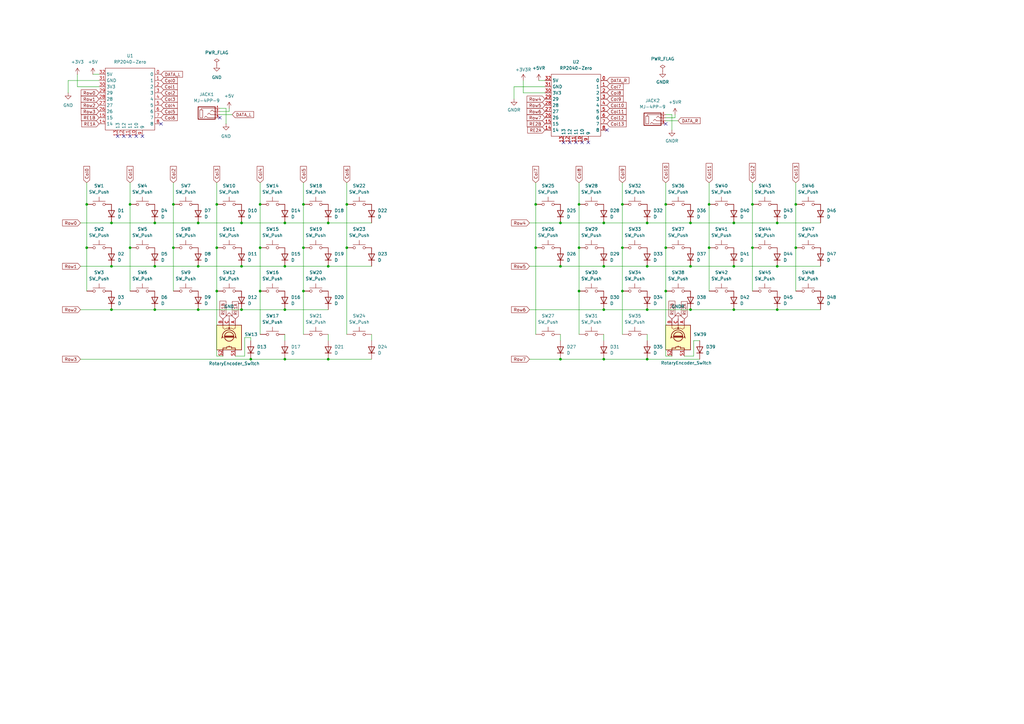
<source format=kicad_sch>
(kicad_sch (version 20231120) (generator "eeschema") (generator_version "8.0")
  (paper "A3")
  (junction (at 265.43 147.32))
  (junction (at 116.84 109.22))
  (junction (at 290.83 101.6))
  (junction (at 63.5 109.22))
  (junction (at 99.06 91.44))
  (junction (at 273.05 83.82))
  (junction (at 124.46 119.38))
  (junction (at 283.21 91.44))
  (junction (at 229.87 147.32))
  (junction (at 237.49 101.6))
  (junction (at 88.9 83.82))
  (junction (at 124.46 83.82))
  (junction (at 255.27 119.38))
  (junction (at 35.56 83.82))
  (junction (at 102.87 147.32))
  (junction (at 300.99 127))
  (junction (at 106.68 83.82))
  (junction (at 53.34 101.6))
  (junction (at 116.84 91.44))
  (junction (at 283.21 127))
  (junction (at 99.06 127))
  (junction (at 265.43 91.44))
  (junction (at 283.21 109.22))
  (junction (at 71.12 101.6))
  (junction (at 116.84 147.32))
  (junction (at 273.05 119.38))
  (junction (at 308.61 101.6))
  (junction (at 116.84 127))
  (junction (at 63.5 91.44))
  (junction (at 219.71 83.82))
  (junction (at 45.72 109.22))
  (junction (at 53.34 83.82))
  (junction (at 237.49 83.82))
  (junction (at 318.77 127))
  (junction (at 318.77 109.22))
  (junction (at 265.43 109.22))
  (junction (at 142.24 83.82))
  (junction (at 71.12 83.82))
  (junction (at 255.27 83.82))
  (junction (at 326.39 83.82))
  (junction (at 63.5 127))
  (junction (at 229.87 91.44))
  (junction (at 308.61 83.82))
  (junction (at 124.46 101.6))
  (junction (at 45.72 91.44))
  (junction (at 300.99 91.44))
  (junction (at 255.27 101.6))
  (junction (at 247.65 91.44))
  (junction (at 219.71 101.6))
  (junction (at 88.9 119.38))
  (junction (at 273.05 101.6))
  (junction (at 134.62 109.22))
  (junction (at 290.83 83.82))
  (junction (at 247.65 109.22))
  (junction (at 81.28 127))
  (junction (at 106.68 119.38))
  (junction (at 300.99 109.22))
  (junction (at 106.68 101.6))
  (junction (at 88.9 101.6))
  (junction (at 81.28 91.44))
  (junction (at 247.65 127))
  (junction (at 81.28 109.22))
  (junction (at 265.43 127))
  (junction (at 35.56 101.6))
  (junction (at 142.24 101.6))
  (junction (at 318.77 91.44))
  (junction (at 237.49 119.38))
  (junction (at 229.87 109.22))
  (junction (at 134.62 147.32))
  (junction (at 134.62 91.44))
  (junction (at 247.65 147.32))
  (junction (at 99.06 109.22))
  (junction (at 45.72 127))
  (junction (at 326.39 101.6))
  (no_connect (at 50.8 55.88))
  (no_connect (at 233.68 58.42))
  (no_connect (at 273.05 50.8))
  (no_connect (at 241.3 58.42))
  (no_connect (at 90.17 48.26))
  (no_connect (at 236.22 58.42))
  (no_connect (at 66.04 50.8))
  (no_connect (at 231.14 58.42))
  (no_connect (at 58.42 55.88))
  (no_connect (at 48.26 55.88))
  (no_connect (at 238.76 58.42))
  (no_connect (at 55.88 55.88))
  (no_connect (at 248.92 53.34))
  (no_connect (at 53.34 55.88))
  (wire (pts (xy 308.61 101.6) (xy 308.61 119.38)))
  (wire (pts (xy 219.71 101.6) (xy 219.71 137.16)))
  (wire (pts (xy 106.68 74.93) (xy 106.68 83.82)))
  (wire (pts (xy 106.68 101.6) (xy 106.68 119.38)))
  (wire (pts (xy 290.83 74.93) (xy 290.83 83.82)))
  (wire (pts (xy 96.52 146.05) (xy 100.33 146.05)))
  (wire (pts (xy 273.05 46.99) (xy 275.59 46.99)))
  (wire (pts (xy 276.86 48.26) (xy 273.05 48.26)))
  (wire (pts (xy 88.9 101.6) (xy 88.9 119.38)))
  (wire (pts (xy 217.17 127) (xy 247.65 127)))
  (wire (pts (xy 93.98 45.72) (xy 90.17 45.72)))
  (wire (pts (xy 142.24 101.6) (xy 142.24 137.16)))
  (wire (pts (xy 45.72 109.22) (xy 63.5 109.22)))
  (wire (pts (xy 247.65 127) (xy 265.43 127)))
  (wire (pts (xy 255.27 119.38) (xy 255.27 137.16)))
  (wire (pts (xy 63.5 127) (xy 81.28 127)))
  (wire (pts (xy 45.72 91.44) (xy 63.5 91.44)))
  (wire (pts (xy 247.65 147.32) (xy 265.43 147.32)))
  (wire (pts (xy 237.49 101.6) (xy 237.49 119.38)))
  (wire (pts (xy 217.17 91.44) (xy 229.87 91.44)))
  (wire (pts (xy 217.17 109.22) (xy 229.87 109.22)))
  (wire (pts (xy 210.82 40.64) (xy 210.82 35.56)))
  (wire (pts (xy 88.9 74.93) (xy 88.9 83.82)))
  (wire (pts (xy 219.71 83.82) (xy 219.71 101.6)))
  (wire (pts (xy 283.21 91.44) (xy 300.99 91.44)))
  (wire (pts (xy 300.99 109.22) (xy 318.77 109.22)))
  (wire (pts (xy 318.77 127) (xy 336.55 127)))
  (wire (pts (xy 63.5 91.44) (xy 81.28 91.44)))
  (wire (pts (xy 276.86 46.99) (xy 276.86 48.26)))
  (wire (pts (xy 284.48 146.05) (xy 280.67 146.05)))
  (wire (pts (xy 287.02 147.32) (xy 265.43 147.32)))
  (wire (pts (xy 38.1 30.48) (xy 40.64 30.48)))
  (wire (pts (xy 71.12 83.82) (xy 71.12 101.6)))
  (wire (pts (xy 134.62 139.7) (xy 134.62 137.16)))
  (wire (pts (xy 247.65 109.22) (xy 265.43 109.22)))
  (wire (pts (xy 35.56 74.93) (xy 35.56 83.82)))
  (wire (pts (xy 124.46 83.82) (xy 124.46 101.6)))
  (wire (pts (xy 31.75 35.56) (xy 40.64 35.56)))
  (wire (pts (xy 300.99 127) (xy 318.77 127)))
  (wire (pts (xy 81.28 127) (xy 99.06 127)))
  (wire (pts (xy 284.48 139.7) (xy 284.48 146.05)))
  (wire (pts (xy 106.68 119.38) (xy 106.68 137.16)))
  (wire (pts (xy 283.21 109.22) (xy 300.99 109.22)))
  (wire (pts (xy 88.9 146.05) (xy 91.44 146.05)))
  (wire (pts (xy 116.84 91.44) (xy 134.62 91.44)))
  (wire (pts (xy 124.46 119.38) (xy 124.46 137.16)))
  (wire (pts (xy 326.39 101.6) (xy 326.39 119.38)))
  (wire (pts (xy 210.82 35.56) (xy 223.52 35.56)))
  (wire (pts (xy 275.59 46.99) (xy 275.59 53.34)))
  (wire (pts (xy 81.28 91.44) (xy 99.06 91.44)))
  (wire (pts (xy 229.87 91.44) (xy 247.65 91.44)))
  (wire (pts (xy 229.87 109.22) (xy 247.65 109.22)))
  (wire (pts (xy 275.59 146.05) (xy 273.05 146.05)))
  (wire (pts (xy 134.62 147.32) (xy 152.4 147.32)))
  (wire (pts (xy 217.17 147.32) (xy 229.87 147.32)))
  (wire (pts (xy 265.43 91.44) (xy 283.21 91.44)))
  (wire (pts (xy 152.4 139.7) (xy 152.4 137.16)))
  (wire (pts (xy 237.49 119.38) (xy 237.49 137.16)))
  (wire (pts (xy 35.56 83.82) (xy 35.56 101.6)))
  (wire (pts (xy 214.63 38.1) (xy 223.52 38.1)))
  (wire (pts (xy 27.94 33.02) (xy 40.64 33.02)))
  (wire (pts (xy 318.77 109.22) (xy 336.55 109.22)))
  (wire (pts (xy 33.02 147.32) (xy 102.87 147.32)))
  (wire (pts (xy 102.87 138.43) (xy 100.33 138.43)))
  (wire (pts (xy 290.83 83.82) (xy 290.83 101.6)))
  (wire (pts (xy 134.62 91.44) (xy 152.4 91.44)))
  (wire (pts (xy 237.49 83.82) (xy 237.49 101.6)))
  (wire (pts (xy 45.72 91.44) (xy 33.02 91.44)))
  (wire (pts (xy 90.17 46.99) (xy 95.25 46.99)))
  (wire (pts (xy 92.71 44.45) (xy 92.71 50.8)))
  (wire (pts (xy 255.27 101.6) (xy 255.27 119.38)))
  (wire (pts (xy 116.84 147.32) (xy 134.62 147.32)))
  (wire (pts (xy 229.87 147.32) (xy 247.65 147.32)))
  (wire (pts (xy 287.02 139.7) (xy 284.48 139.7)))
  (wire (pts (xy 283.21 127) (xy 300.99 127)))
  (wire (pts (xy 273.05 101.6) (xy 273.05 119.38)))
  (wire (pts (xy 124.46 74.93) (xy 124.46 83.82)))
  (wire (pts (xy 45.72 109.22) (xy 33.02 109.22)))
  (wire (pts (xy 265.43 127) (xy 283.21 127)))
  (wire (pts (xy 318.77 91.44) (xy 336.55 91.44)))
  (wire (pts (xy 142.24 83.82) (xy 142.24 101.6)))
  (wire (pts (xy 27.94 38.1) (xy 27.94 33.02)))
  (wire (pts (xy 326.39 83.82) (xy 326.39 101.6)))
  (wire (pts (xy 71.12 101.6) (xy 71.12 119.38)))
  (wire (pts (xy 290.83 101.6) (xy 290.83 119.38)))
  (wire (pts (xy 63.5 109.22) (xy 81.28 109.22)))
  (wire (pts (xy 106.68 83.82) (xy 106.68 101.6)))
  (wire (pts (xy 102.87 147.32) (xy 116.84 147.32)))
  (wire (pts (xy 142.24 74.93) (xy 142.24 83.82)))
  (wire (pts (xy 53.34 101.6) (xy 53.34 119.38)))
  (wire (pts (xy 300.99 91.44) (xy 318.77 91.44)))
  (wire (pts (xy 247.65 91.44) (xy 265.43 91.44)))
  (wire (pts (xy 255.27 74.93) (xy 255.27 83.82)))
  (wire (pts (xy 273.05 119.38) (xy 273.05 146.05)))
  (wire (pts (xy 53.34 83.82) (xy 53.34 101.6)))
  (wire (pts (xy 265.43 139.7) (xy 265.43 137.16)))
  (wire (pts (xy 247.65 139.7) (xy 247.65 137.16)))
  (wire (pts (xy 273.05 74.93) (xy 273.05 83.82)))
  (wire (pts (xy 81.28 109.22) (xy 99.06 109.22)))
  (wire (pts (xy 220.98 33.02) (xy 223.52 33.02)))
  (wire (pts (xy 45.72 127) (xy 33.02 127)))
  (wire (pts (xy 134.62 109.22) (xy 152.4 109.22)))
  (wire (pts (xy 308.61 83.82) (xy 308.61 101.6)))
  (wire (pts (xy 229.87 139.7) (xy 229.87 137.16)))
  (wire (pts (xy 273.05 83.82) (xy 273.05 101.6)))
  (wire (pts (xy 45.72 127) (xy 63.5 127)))
  (wire (pts (xy 308.61 74.93) (xy 308.61 83.82)))
  (wire (pts (xy 219.71 74.93) (xy 219.71 83.82)))
  (wire (pts (xy 265.43 109.22) (xy 283.21 109.22)))
  (wire (pts (xy 71.12 74.93) (xy 71.12 83.82)))
  (wire (pts (xy 53.34 74.93) (xy 53.34 83.82)))
  (wire (pts (xy 326.39 74.93) (xy 326.39 83.82)))
  (wire (pts (xy 116.84 139.7) (xy 116.84 137.16)))
  (wire (pts (xy 255.27 83.82) (xy 255.27 101.6)))
  (wire (pts (xy 100.33 138.43) (xy 100.33 146.05)))
  (wire (pts (xy 116.84 109.22) (xy 134.62 109.22)))
  (wire (pts (xy 35.56 101.6) (xy 35.56 119.38)))
  (wire (pts (xy 99.06 91.44) (xy 116.84 91.44)))
  (wire (pts (xy 116.84 127) (xy 134.62 127)))
  (wire (pts (xy 99.06 109.22) (xy 116.84 109.22)))
  (wire (pts (xy 93.98 44.45) (xy 93.98 45.72)))
  (wire (pts (xy 273.05 49.53) (xy 278.13 49.53)))
  (wire (pts (xy 102.87 139.7) (xy 102.87 138.43)))
  (wire (pts (xy 214.63 33.02) (xy 214.63 38.1)))
  (wire (pts (xy 88.9 119.38) (xy 88.9 146.05)))
  (wire (pts (xy 90.17 44.45) (xy 92.71 44.45)))
  (wire (pts (xy 31.75 30.48) (xy 31.75 35.56)))
  (wire (pts (xy 99.06 127) (xy 116.84 127)))
  (wire (pts (xy 88.9 83.82) (xy 88.9 101.6)))
  (wire (pts (xy 237.49 74.93) (xy 237.49 83.82)))
  (wire (pts (xy 124.46 101.6) (xy 124.46 119.38)))
  (global_label "Row6" (shape input) (at 217.17 127 180) (property "Intersheetrefs" "${INTERSHEET_REFS}" (effects (hide yes))))
  (global_label "Col13" (shape input) (at 248.92 50.8 0) (property "Intersheetrefs" "${INTERSHEET_REFS}" (effects (hide yes))))
  (global_label "Col3" (shape input) (at 88.9 74.93 90) (property "Intersheetrefs" "${INTERSHEET_REFS}" (effects (hide yes))))
  (global_label "Col10" (shape input) (at 248.92 43.18 0) (property "Intersheetrefs" "${INTERSHEET_REFS}" (effects (hide yes))))
  (global_label "Row1" (shape input) (at 33.02 109.22 180) (property "Intersheetrefs" "${INTERSHEET_REFS}" (effects (hide yes))))
  (global_label "Row4" (shape input) (at 223.52 40.64 180) (property "Intersheetrefs" "${INTERSHEET_REFS}" (effects (hide yes))))
  (global_label "Col3" (shape input) (at 66.04 40.64 0) (property "Intersheetrefs" "${INTERSHEET_REFS}" (effects (hide yes))))
  (global_label "Col8" (shape input) (at 248.92 38.1 0) (property "Intersheetrefs" "${INTERSHEET_REFS}" (effects (hide yes))))
  (global_label "Col9" (shape input) (at 248.92 40.64 0) (property "Intersheetrefs" "${INTERSHEET_REFS}" (effects (hide yes))))
  (global_label "RE1A" (shape input) (at 40.64 50.8 180) (property "Intersheetrefs" "${INTERSHEET_REFS}" (effects (hide yes))))
  (global_label "Col2" (shape input) (at 71.12 74.93 90) (property "Intersheetrefs" "${INTERSHEET_REFS}" (effects (hide yes))))
  (global_label "RE1B" (shape input) (at 40.64 48.26 180) (property "Intersheetrefs" "${INTERSHEET_REFS}" (effects (hide yes))))
  (global_label "Col7" (shape input) (at 248.92 35.56 0) (property "Intersheetrefs" "${INTERSHEET_REFS}" (effects (hide yes))))
  (global_label "DATA_R" (shape input) (at 278.13 49.53 0) (property "Intersheetrefs" "${INTERSHEET_REFS}" (effects (hide yes))))
  (global_label "RE2A" (shape input) (at 223.52 53.34 180) (property "Intersheetrefs" "${INTERSHEET_REFS}" (effects (hide yes))))
  (global_label "Row3" (shape input) (at 40.64 45.72 180) (property "Intersheetrefs" "${INTERSHEET_REFS}" (effects (hide yes))))
  (global_label "DATA_L" (shape input) (at 66.04 30.48 0) (property "Intersheetrefs" "${INTERSHEET_REFS}" (effects (hide yes))))
  (global_label "Row5" (shape input) (at 217.17 109.22 180) (property "Intersheetrefs" "${INTERSHEET_REFS}" (effects (hide yes))))
  (global_label "Row4" (shape input) (at 217.17 91.44 180) (property "Intersheetrefs" "${INTERSHEET_REFS}" (effects (hide yes))))
  (global_label "Row2" (shape input) (at 33.02 127 180) (property "Intersheetrefs" "${INTERSHEET_REFS}" (effects (hide yes))))
  (global_label "Col11" (shape input) (at 290.83 74.93 90) (property "Intersheetrefs" "${INTERSHEET_REFS}" (effects (hide yes))))
  (global_label "Col4" (shape input) (at 106.68 74.93 90) (property "Intersheetrefs" "${INTERSHEET_REFS}" (effects (hide yes))))
  (global_label "Row5" (shape input) (at 223.52 43.18 180) (property "Intersheetrefs" "${INTERSHEET_REFS}" (effects (hide yes))))
  (global_label "Col11" (shape input) (at 248.92 45.72 0) (property "Intersheetrefs" "${INTERSHEET_REFS}" (effects (hide yes))))
  (global_label "Col12" (shape input) (at 308.61 74.93 90) (property "Intersheetrefs" "${INTERSHEET_REFS}" (effects (hide yes))))
  (global_label "DATA_R" (shape input) (at 248.92 33.02 0) (property "Intersheetrefs" "${INTERSHEET_REFS}" (effects (hide yes))))
  (global_label "Col7" (shape input) (at 219.71 74.93 90) (property "Intersheetrefs" "${INTERSHEET_REFS}" (effects (hide yes))))
  (global_label "Col12" (shape input) (at 248.92 48.26 0) (property "Intersheetrefs" "${INTERSHEET_REFS}" (effects (hide yes))))
  (global_label "RE2B" (shape input) (at 223.52 50.8 180) (property "Intersheetrefs" "${INTERSHEET_REFS}" (effects (hide yes))))
  (global_label "Col2" (shape input) (at 66.04 38.1 0) (property "Intersheetrefs" "${INTERSHEET_REFS}" (effects (hide yes))))
  (global_label "DATA_L" (shape input) (at 95.25 46.99 0) (property "Intersheetrefs" "${INTERSHEET_REFS}" (effects (hide yes))))
  (global_label "Row2" (shape input) (at 40.64 43.18 180) (property "Intersheetrefs" "${INTERSHEET_REFS}" (effects (hide yes))))
  (global_label "Col1" (shape input) (at 53.34 74.93 90) (property "Intersheetrefs" "${INTERSHEET_REFS}" (effects (hide yes))))
  (global_label "Col0" (shape input) (at 66.04 33.02 0) (property "Intersheetrefs" "${INTERSHEET_REFS}" (effects (hide yes))))
  (global_label "Col13" (shape input) (at 326.39 74.93 90) (property "Intersheetrefs" "${INTERSHEET_REFS}" (effects (hide yes))))
  (global_label "Col9" (shape input) (at 255.27 74.93 90) (property "Intersheetrefs" "${INTERSHEET_REFS}" (effects (hide yes))))
  (global_label "Col6" (shape input) (at 66.04 48.26 0) (property "Intersheetrefs" "${INTERSHEET_REFS}" (effects (hide yes))))
  (global_label "Col6" (shape input) (at 142.24 74.93 90) (property "Intersheetrefs" "${INTERSHEET_REFS}" (effects (hide yes))))
  (global_label "Row7" (shape input) (at 217.17 147.32 180) (property "Intersheetrefs" "${INTERSHEET_REFS}" (effects (hide yes))))
  (global_label "Col10" (shape input) (at 273.05 74.93 90) (property "Intersheetrefs" "${INTERSHEET_REFS}" (effects (hide yes))))
  (global_label "Row3" (shape input) (at 33.02 147.32 180) (property "Intersheetrefs" "${INTERSHEET_REFS}" (effects (hide yes))))
  (global_label "Col0" (shape input) (at 35.56 74.93 90) (property "Intersheetrefs" "${INTERSHEET_REFS}" (effects (hide yes))))
  (global_label "Row1" (shape input) (at 40.64 40.64 180) (property "Intersheetrefs" "${INTERSHEET_REFS}" (effects (hide yes))))
  (global_label "Col5" (shape input) (at 66.04 45.72 0) (property "Intersheetrefs" "${INTERSHEET_REFS}" (effects (hide yes))))
  (global_label "Row0" (shape input) (at 33.02 91.44 180) (property "Intersheetrefs" "${INTERSHEET_REFS}" (effects (hide yes))))
  (global_label "RE2B" (shape input) (at 275.59 130.81 90) (property "Intersheetrefs" "${INTERSHEET_REFS}" (effects (hide yes))))
  (global_label "RE2A" (shape input) (at 280.67 130.81 90) (property "Intersheetrefs" "${INTERSHEET_REFS}" (effects (hide yes))))
  (global_label "Col5" (shape input) (at 124.46 74.93 90) (property "Intersheetrefs" "${INTERSHEET_REFS}" (effects (hide yes))))
  (global_label "Row6" (shape input) (at 223.52 45.72 180) (property "Intersheetrefs" "${INTERSHEET_REFS}" (effects (hide yes))))
  (global_label "Row0" (shape input) (at 40.64 38.1 180) (property "Intersheetrefs" "${INTERSHEET_REFS}" (effects (hide yes))))
  (global_label "RE1A" (shape input) (at 96.52 130.81 90) (property "Intersheetrefs" "${INTERSHEET_REFS}" (effects (hide yes))))
  (global_label "Row7" (shape input) (at 223.52 48.26 180) (property "Intersheetrefs" "${INTERSHEET_REFS}" (effects (hide yes))))
  (global_label "Col4" (shape input) (at 66.04 43.18 0) (property "Intersheetrefs" "${INTERSHEET_REFS}" (effects (hide yes))))
  (global_label "Col1" (shape input) (at 66.04 35.56 0) (property "Intersheetrefs" "${INTERSHEET_REFS}" (effects (hide yes))))
  (global_label "RE1B" (shape input) (at 91.44 130.81 90) (property "Intersheetrefs" "${INTERSHEET_REFS}" (effects (hide yes))))
  (global_label "Col8" (shape input) (at 237.49 74.93 90) (property "Intersheetrefs" "${INTERSHEET_REFS}" (effects (hide yes))))
  (symbol (lib_id "Switch:SW_Push") (at 295.91 101.6 0) (unit 1)
    (property "Reference" "SW41" (at 295.91 93.98 0))
    (property "Value" "SW_Push" (at 295.91 96.52 0))
    (property "Footprint" "taka_lib:Kailh FullPOM MX_Hotswap" (effects (hide yes)))
    (property "Description" "Push button switch, generic, two pins" (effects (hide yes)))
  )
  (symbol (lib_id "Device:D") (at 336.55 87.63 90) (unit 1)
    (property "Reference" "D46" (at 339.09 86.3599 90) (effects (justify right)))
    (property "Value" "D" (at 339.09 88.8999 90) (effects (justify right)))
    (property "Footprint" "kbd_Parts:Diode_SMD" (effects (hide yes)))
    (property "Description" "Diode" (effects (hide yes)))
    (property "Sim.Device" "D" (effects (hide yes)))
    (property "Sim.Pins" "1=K 2=A" (effects (hide yes)))
  )
  (symbol (lib_id "Device:D") (at 152.4 143.51 90) (unit 1)
    (property "Reference" "D24" (at 154.94 142.2399 90) (effects (justify right)))
    (property "Value" "D" (at 154.94 144.7799 90) (effects (justify right)))
    (property "Footprint" "kbd_Parts:Diode_SMD" (effects (hide yes)))
    (property "Description" "Diode" (effects (hide yes)))
    (property "Sim.Device" "D" (effects (hide yes)))
    (property "Sim.Pins" "1=K 2=A" (effects (hide yes)))
  )
  (symbol (lib_id "Device:D") (at 81.28 123.19 90) (unit 1)
    (property "Reference" "D9" (at 83.82 121.9199 90) (effects (justify right)))
    (property "Value" "D" (at 83.82 124.4599 90) (effects (justify right)))
    (property "Footprint" "kbd_Parts:Diode_SMD" (effects (hide yes)))
    (property "Description" "Diode" (effects (hide yes)))
    (property "Sim.Device" "D" (effects (hide yes)))
    (property "Sim.Pins" "1=K 2=A" (effects (hide yes)))
  )
  (symbol (lib_id "Device:D") (at 45.72 123.19 90) (unit 1)
    (property "Reference" "D3" (at 48.26 121.9199 90) (effects (justify right)))
    (property "Value" "D" (at 48.26 124.4599 90) (effects (justify right)))
    (property "Footprint" "kbd_Parts:Diode_SMD" (effects (hide yes)))
    (property "Description" "Diode" (effects (hide yes)))
    (property "Sim.Device" "D" (effects (hide yes)))
    (property "Sim.Pins" "1=K 2=A" (effects (hide yes)))
  )
  (symbol (lib_id "Switch:SW_Push") (at 58.42 101.6 0) (unit 1)
    (property "Reference" "SW5" (at 58.42 93.98 0))
    (property "Value" "SW_Push" (at 58.42 96.52 0))
    (property "Footprint" "taka_lib:Kailh FullPOM MX_Hotswap" (effects (hide yes)))
    (property "Description" "Push button switch, generic, two pins" (effects (hide yes)))
  )
  (symbol (lib_id "Switch:SW_Push") (at 242.57 101.6 0) (unit 1)
    (property "Reference" "SW29" (at 242.57 93.98 0))
    (property "Value" "SW_Push" (at 242.57 96.52 0))
    (property "Footprint" "taka_lib:Kailh FullPOM MX_Hotswap" (effects (hide yes)))
    (property "Description" "Push button switch, generic, two pins" (effects (hide yes)))
  )
  (symbol (lib_id "Device:D") (at 336.55 105.41 90) (unit 1)
    (property "Reference" "D47" (at 339.09 104.1399 90) (effects (justify right)))
    (property "Value" "D" (at 339.09 106.6799 90) (effects (justify right)))
    (property "Footprint" "kbd_Parts:Diode_SMD" (effects (hide yes)))
    (property "Description" "Diode" (effects (hide yes)))
    (property "Sim.Device" "D" (effects (hide yes)))
    (property "Sim.Pins" "1=K 2=A" (effects (hide yes)))
  )
  (symbol (lib_id "power:GND") (at 88.9 26.67 0) (unit 1)
    (property "Reference" "#PWR04" (effects (hide yes)))
    (property "Value" "GND" (at 88.9 31.75 0))
    (property "Description" "Power symbol creates a global label with name \"GND\" , ground" (effects (hide yes)))
  )
  (symbol (lib_id "Device:D") (at 265.43 143.51 90) (unit 1)
    (property "Reference" "D35" (at 267.97 142.2399 90) (effects (justify right)))
    (property "Value" "D" (at 267.97 144.7799 90) (effects (justify right)))
    (property "Footprint" "kbd_Parts:Diode_SMD" (effects (hide yes)))
    (property "Description" "Diode" (effects (hide yes)))
    (property "Sim.Device" "D" (effects (hide yes)))
    (property "Sim.Pins" "1=K 2=A" (effects (hide yes)))
  )
  (symbol (lib_id "Device:D") (at 81.28 87.63 90) (unit 1)
    (property "Reference" "D7" (at 83.82 86.3599 90) (effects (justify right)))
    (property "Value" "D" (at 83.82 88.8999 90) (effects (justify right)))
    (property "Footprint" "kbd_Parts:Diode_SMD" (effects (hide yes)))
    (property "Description" "Diode" (effects (hide yes)))
    (property "Sim.Device" "D" (effects (hide yes)))
    (property "Sim.Pins" "1=K 2=A" (effects (hide yes)))
  )
  (symbol (lib_id "kbd:MJ-4PP-9") (at 267.97 48.895 0) (unit 1)
    (property "Reference" "JACK2" (at 267.6525 41.275 0))
    (property "Value" "MJ-4PP-9" (at 267.6525 43.815 0))
    (property "Footprint" "kbd_Parts:TRRS_MJ-4PP-9" (effects (hide yes)))
  )
  (symbol (lib_id "Device:D") (at 300.99 87.63 90) (unit 1)
    (property "Reference" "D40" (at 303.53 86.3599 90) (effects (justify right)))
    (property "Value" "D" (at 303.53 88.8999 90) (effects (justify right)))
    (property "Footprint" "kbd_Parts:Diode_SMD" (effects (hide yes)))
    (property "Description" "Diode" (effects (hide yes)))
    (property "Sim.Device" "D" (effects (hide yes)))
    (property "Sim.Pins" "1=K 2=A" (effects (hide yes)))
  )
  (symbol (lib_id "Switch:SW_Push") (at 313.69 101.6 0) (unit 1)
    (property "Reference" "SW44" (at 313.69 93.98 0))
    (property "Value" "SW_Push" (at 313.69 96.52 0))
    (property "Footprint" "taka_lib:Kailh FullPOM MX_Hotswap" (effects (hide yes)))
    (property "Description" "Push button switch, generic, two pins" (effects (hide yes)))
  )
  (symbol (lib_id "power:+5V") (at 38.1 30.48 0) (unit 1)
    (property "Reference" "#PWR03" (effects (hide yes)))
    (property "Value" "+5V" (at 38.1 25.4 0))
    (property "Description" "Power symbol creates a global label with name \"+5V\"" (effects (hide yes)))
  )
  (symbol (lib_id "Switch:SW_Push") (at 242.57 119.38 0) (unit 1)
    (property "Reference" "SW30" (at 242.57 111.76 0))
    (property "Value" "SW_Push" (at 242.57 114.3 0))
    (property "Footprint" "taka_lib:Kailh FullPOM MX_Hotswap" (effects (hide yes)))
    (property "Description" "Push button switch, generic, two pins" (effects (hide yes)))
  )
  (symbol (lib_id "Device:D") (at 229.87 143.51 90) (unit 1)
    (property "Reference" "D27" (at 232.41 142.2399 90) (effects (justify right)))
    (property "Value" "D" (at 232.41 144.7799 90) (effects (justify right)))
    (property "Footprint" "kbd_Parts:Diode_SMD" (effects (hide yes)))
    (property "Description" "Diode" (effects (hide yes)))
    (property "Sim.Device" "D" (effects (hide yes)))
    (property "Sim.Pins" "1=K 2=A" (effects (hide yes)))
  )
  (symbol (lib_id "Switch:SW_Push") (at 278.13 83.82 0) (unit 1)
    (property "Reference" "SW36" (at 278.13 76.2 0))
    (property "Value" "SW_Push" (at 278.13 78.74 0))
    (property "Footprint" "taka_lib:Kailh FullPOM MX_Hotswap" (effects (hide yes)))
    (property "Description" "Push button switch, generic, two pins" (effects (hide yes)))
  )
  (symbol (lib_id "Switch:SW_Push") (at 295.91 83.82 0) (unit 1)
    (property "Reference" "SW40" (at 295.91 76.2 0))
    (property "Value" "SW_Push" (at 295.91 78.74 0))
    (property "Footprint" "taka_lib:Kailh FullPOM MX_Hotswap" (effects (hide yes)))
    (property "Description" "Push button switch, generic, two pins" (effects (hide yes)))
  )
  (symbol (lib_id "Switch:SW_Push") (at 278.13 101.6 0) (unit 1)
    (property "Reference" "SW37" (at 278.13 93.98 0))
    (property "Value" "SW_Push" (at 278.13 96.52 0))
    (property "Footprint" "taka_lib:Kailh FullPOM MX_Hotswap" (effects (hide yes)))
    (property "Description" "Push button switch, generic, two pins" (effects (hide yes)))
  )
  (symbol (lib_id "kbd:+5VR") (at 276.86 46.99 0) (unit 1)
    (property "Reference" "#PWR013" (effects (hide yes)))
    (property "Value" "+5VR" (at 276.86 41.91 0))
  )
  (symbol (lib_id "Device:D") (at 283.21 87.63 90) (unit 1)
    (property "Reference" "D36" (at 285.75 86.3599 90) (effects (justify right)))
    (property "Value" "D" (at 285.75 88.8999 90) (effects (justify right)))
    (property "Footprint" "kbd_Parts:Diode_SMD" (effects (hide yes)))
    (property "Description" "Diode" (effects (hide yes)))
    (property "Sim.Device" "D" (effects (hide yes)))
    (property "Sim.Pins" "1=K 2=A" (effects (hide yes)))
  )
  (symbol (lib_id "Device:D") (at 45.72 87.63 90) (unit 1)
    (property "Reference" "D1" (at 48.26 86.3599 90) (effects (justify right)))
    (property "Value" "D" (at 48.26 88.8999 90) (effects (justify right)))
    (property "Footprint" "kbd_Parts:Diode_SMD" (effects (hide yes)))
    (property "Description" "Diode" (effects (hide yes)))
    (property "Sim.Device" "D" (effects (hide yes)))
    (property "Sim.Pins" "1=K 2=A" (effects (hide yes)))
  )
  (symbol (lib_id "Device:D") (at 116.84 123.19 90) (unit 1)
    (property "Reference" "D16" (at 119.38 121.9199 90) (effects (justify right)))
    (property "Value" "D" (at 119.38 124.4599 90) (effects (justify right)))
    (property "Footprint" "kbd_Parts:Diode_SMD" (effects (hide yes)))
    (property "Description" "Diode" (effects (hide yes)))
    (property "Sim.Device" "D" (effects (hide yes)))
    (property "Sim.Pins" "1=K 2=A" (effects (hide yes)))
  )
  (symbol (lib_id "Device:RotaryEncoder_Switch") (at 278.13 138.43 270) (unit 1)
    (property "Reference" "SW39" (at 284.48 137.1599 90) (effects (justify left)))
    (property "Value" "RotaryEncoder_Switch" (at 271.018 148.844 90) (effects (justify left)))
    (property "Footprint" "taka_lib:Kailh FullPOM MX_Hotswap_RE" (effects (hide yes)))
    (property "Description" "Rotary encoder, dual channel, incremental quadrate outputs, with switch" (effects (hide yes)))
  )
  (symbol (lib_id "Device:D") (at 134.62 87.63 90) (unit 1)
    (property "Reference" "D18" (at 137.16 86.3599 90) (effects (justify right)))
    (property "Value" "D" (at 137.16 88.8999 90) (effects (justify right)))
    (property "Footprint" "kbd_Parts:Diode_SMD" (effects (hide yes)))
    (property "Description" "Diode" (effects (hide yes)))
    (property "Sim.Device" "D" (effects (hide yes)))
    (property "Sim.Pins" "1=K 2=A" (effects (hide yes)))
  )
  (symbol (lib_id "Device:D") (at 265.43 87.63 90) (unit 1)
    (property "Reference" "D32" (at 267.97 86.3599 90) (effects (justify right)))
    (property "Value" "D" (at 267.97 88.8999 90) (effects (justify right)))
    (property "Footprint" "kbd_Parts:Diode_SMD" (effects (hide yes)))
    (property "Description" "Diode" (effects (hide yes)))
    (property "Sim.Device" "D" (effects (hide yes)))
    (property "Sim.Pins" "1=K 2=A" (effects (hide yes)))
  )
  (symbol (lib_id "Switch:SW_Push") (at 58.42 83.82 0) (unit 1)
    (property "Reference" "SW4" (at 58.42 76.2 0))
    (property "Value" "SW_Push" (at 58.42 78.74 0))
    (property "Footprint" "taka_lib:Kailh FullPOM MX_Hotswap" (effects (hide yes)))
    (property "Description" "Push button switch, generic, two pins" (effects (hide yes)))
  )
  (symbol (lib_id "Device:D") (at 152.4 105.41 90) (unit 1)
    (property "Reference" "D23" (at 154.94 104.1399 90) (effects (justify right)))
    (property "Value" "D" (at 154.94 106.6799 90) (effects (justify right)))
    (property "Footprint" "kbd_Parts:Diode_SMD" (effects (hide yes)))
    (property "Description" "Diode" (effects (hide yes)))
    (property "Sim.Device" "D" (effects (hide yes)))
    (property "Sim.Pins" "1=K 2=A" (effects (hide yes)))
  )
  (symbol (lib_id "Switch:SW_Push") (at 147.32 83.82 0) (unit 1)
    (property "Reference" "SW22" (at 147.32 76.2 0))
    (property "Value" "SW_Push" (at 147.32 78.74 0))
    (property "Footprint" "taka_lib:Kailh FullPOM MX_Hotswap" (effects (hide yes)))
    (property "Description" "Push button switch, generic, two pins" (effects (hide yes)))
  )
  (symbol (lib_id "Device:D") (at 116.84 143.51 90) (unit 1)
    (property "Reference" "D17" (at 119.38 142.2399 90) (effects (justify right)))
    (property "Value" "D" (at 119.38 144.7799 90) (effects (justify right)))
    (property "Footprint" "kbd_Parts:Diode_SMD" (effects (hide yes)))
    (property "Description" "Diode" (effects (hide yes)))
    (property "Sim.Device" "D" (effects (hide yes)))
    (property "Sim.Pins" "1=K 2=A" (effects (hide yes)))
  )
  (symbol (lib_id "Device:D") (at 102.87 143.51 90) (unit 1)
    (property "Reference" "D13" (at 105.41 142.2399 90) (effects (justify right)))
    (property "Value" "D" (at 105.41 144.7799 90) (effects (justify right)))
    (property "Footprint" "kbd_Parts:Diode_SMD" (effects (hide yes)))
    (property "Description" "Diode" (effects (hide yes)))
    (property "Sim.Device" "D" (effects (hide yes)))
    (property "Sim.Pins" "1=K 2=A" (effects (hide yes)))
  )
  (symbol (lib_id "Switch:SW_Push") (at 331.47 119.38 0) (unit 1)
    (property "Reference" "SW48" (at 331.47 111.76 0))
    (property "Value" "SW_Push" (at 331.47 114.3 0))
    (property "Footprint" "taka_lib:Kailh FullPOM MX_Hotswap" (effects (hide yes)))
    (property "Description" "Push button switch, generic, two pins" (effects (hide yes)))
  )
  (symbol (lib_id "Device:D") (at 229.87 87.63 90) (unit 1)
    (property "Reference" "D25" (at 232.41 86.3599 90) (effects (justify right)))
    (property "Value" "D" (at 232.41 88.8999 90) (effects (justify right)))
    (property "Footprint" "kbd_Parts:Diode_SMD" (effects (hide yes)))
    (property "Description" "Diode" (effects (hide yes)))
    (property "Sim.Device" "D" (effects (hide yes)))
    (property "Sim.Pins" "1=K 2=A" (effects (hide yes)))
  )
  (symbol (lib_id "Device:D") (at 247.65 105.41 90) (unit 1)
    (property "Reference" "D29" (at 250.19 104.1399 90) (effects (justify right)))
    (property "Value" "D" (at 250.19 106.6799 90) (effects (justify right)))
    (property "Footprint" "kbd_Parts:Diode_SMD" (effects (hide yes)))
    (property "Description" "Diode" (effects (hide yes)))
    (property "Sim.Device" "D" (effects (hide yes)))
    (property "Sim.Pins" "1=K 2=A" (effects (hide yes)))
  )
  (symbol (lib_id "Switch:SW_Push") (at 129.54 83.82 0) (unit 1)
    (property "Reference" "SW18" (at 129.54 76.2 0))
    (property "Value" "SW_Push" (at 129.54 78.74 0))
    (property "Footprint" "taka_lib:Kailh FullPOM MX_Hotswap" (effects (hide yes)))
    (property "Description" "Push button switch, generic, two pins" (effects (hide yes)))
  )
  (symbol (lib_id "Switch:SW_Push") (at 242.57 137.16 0) (unit 1)
    (property "Reference" "SW31" (at 242.57 129.54 0))
    (property "Value" "SW_Push" (at 242.57 132.08 0))
    (property "Footprint" "taka_lib:Kailh FullPOM MX_Hotswap" (effects (hide yes)))
    (property "Description" "Push button switch, generic, two pins" (effects (hide yes)))
  )
  (symbol (lib_id "kbd:+5VR") (at 220.98 33.02 0) (unit 1)
    (property "Reference" "#PWR010" (effects (hide yes)))
    (property "Value" "+5VR" (at 220.98 27.94 0))
  )
  (symbol (lib_id "Switch:SW_Push") (at 40.64 83.82 0) (unit 1)
    (property "Reference" "SW1" (at 40.64 76.2 0))
    (property "Value" "SW_Push" (at 40.64 78.74 0))
    (property "Footprint" "taka_lib:Kailh FullPOM MX_Hotswap" (effects (hide yes)))
    (property "Description" "Push button switch, generic, two pins" (effects (hide yes)))
  )
  (symbol (lib_id "power:+5V") (at 93.98 44.45 0) (unit 1)
    (property "Reference" "#PWR06" (effects (hide yes)))
    (property "Value" "+5V" (at 93.98 39.37 0))
    (property "Description" "Power symbol creates a global label with name \"+5V\"" (effects (hide yes)))
  )
  (symbol (lib_id "isw-mcu:RP2040-Zero") (at 53.34 40.64 0) (unit 1)
    (property "Reference" "U1" (at 53.34 22.86 0))
    (property "Value" "RP2040-Zero" (at 53.34 25.4 0))
    (property "Footprint" "taka_lib:RP2040 Zero" (effects (hide yes)))
  )
  (symbol (lib_id "kbd:MJ-4PP-9") (at 85.09 46.355 0) (unit 1)
    (property "Reference" "JACK1" (at 84.7725 38.735 0))
    (property "Value" "MJ-4PP-9" (at 84.7725 41.275 0))
    (property "Footprint" "kbd_Parts:TRRS_MJ-4PP-9" (effects (hide yes)))
  )
  (symbol (lib_id "kbd:+3V3R") (at 214.63 33.02 0) (unit 1)
    (property "Reference" "#PWR09" (effects (hide yes)))
    (property "Value" "+3V3R" (at 214.63 28.575 0))
  )
  (symbol (lib_id "Device:D") (at 134.62 143.51 90) (unit 1)
    (property "Reference" "D21" (at 137.16 142.2399 90) (effects (justify right)))
    (property "Value" "D" (at 137.16 144.7799 90) (effects (justify right)))
    (property "Footprint" "kbd_Parts:Diode_SMD" (effects (hide yes)))
    (property "Description" "Diode" (effects (hide yes)))
    (property "Sim.Device" "D" (effects (hide yes)))
    (property "Sim.Pins" "1=K 2=A" (effects (hide yes)))
  )
  (symbol (lib_id "Device:D") (at 247.65 143.51 90) (unit 1)
    (property "Reference" "D31" (at 250.19 142.2399 90) (effects (justify right)))
    (property "Value" "D" (at 250.19 144.7799 90) (effects (justify right)))
    (property "Footprint" "kbd_Parts:Diode_SMD" (effects (hide yes)))
    (property "Description" "Diode" (effects (hide yes)))
    (property "Sim.Device" "D" (effects (hide yes)))
    (property "Sim.Pins" "1=K 2=A" (effects (hide yes)))
  )
  (symbol (lib_id "Device:D") (at 283.21 123.19 90) (unit 1)
    (property "Reference" "D38" (at 285.75 121.9199 90) (effects (justify right)))
    (property "Value" "D" (at 285.75 124.4599 90) (effects (justify right)))
    (property "Footprint" "kbd_Parts:Diode_SMD" (effects (hide yes)))
    (property "Description" "Diode" (effects (hide yes)))
    (property "Sim.Device" "D" (effects (hide yes)))
    (property "Sim.Pins" "1=K 2=A" (effects (hide yes)))
  )
  (symbol (lib_id "Switch:SW_Push") (at 260.35 101.6 0) (unit 1)
    (property "Reference" "SW33" (at 260.35 93.98 0))
    (property "Value" "SW_Push" (at 260.35 96.52 0))
    (property "Footprint" "taka_lib:Kailh FullPOM MX_Hotswap" (effects (hide yes)))
    (property "Description" "Push button switch, generic, two pins" (effects (hide yes)))
  )
  (symbol (lib_id "isw-mcu:RP2040-Zero") (at 236.22 43.18 0) (unit 1)
    (property "Reference" "U2" (at 236.22 25.4 0))
    (property "Value" "RP2040-Zero" (at 236.22 27.94 0))
    (property "Footprint" "taka_lib:RP2040 Zero" (effects (hide yes)))
  )
  (symbol (lib_id "Switch:SW_Push") (at 58.42 119.38 0) (unit 1)
    (property "Reference" "SW6" (at 58.42 111.76 0))
    (property "Value" "SW_Push" (at 58.42 114.3 0))
    (property "Footprint" "taka_lib:Kailh FullPOM MX_Hotswap" (effects (hide yes)))
    (property "Description" "Push button switch, generic, two pins" (effects (hide yes)))
  )
  (symbol (lib_id "Switch:SW_Push") (at 260.35 137.16 0) (unit 1)
    (property "Reference" "SW35" (at 260.35 129.54 0))
    (property "Value" "SW_Push" (at 260.35 132.08 0))
    (property "Footprint" "taka_lib:Kailh FullPOM MX_Hotswap" (effects (hide yes)))
    (property "Description" "Push button switch, generic, two pins" (effects (hide yes)))
  )
  (symbol (lib_id "Switch:SW_Push") (at 313.69 83.82 0) (unit 1)
    (property "Reference" "SW43" (at 313.69 76.2 0))
    (property "Value" "SW_Push" (at 313.69 78.74 0))
    (property "Footprint" "taka_lib:Kailh FullPOM MX_Hotswap" (effects (hide yes)))
    (property "Description" "Push button switch, generic, two pins" (effects (hide yes)))
  )
  (symbol (lib_id "power:PWR_FLAG") (at 271.78 29.21 0) (unit 1)
    (property "Reference" "#FLG02" (effects (hide yes)))
    (property "Value" "PWR_FLAG" (at 271.78 24.13 0))
    (property "Description" "Special symbol for telling ERC where power comes from" (effects (hide yes)))
  )
  (symbol (lib_id "Device:D") (at 247.65 123.19 90) (unit 1)
    (property "Reference" "D30" (at 250.19 121.9199 90) (effects (justify right)))
    (property "Value" "D" (at 250.19 124.4599 90) (effects (justify right)))
    (property "Footprint" "kbd_Parts:Diode_SMD" (effects (hide yes)))
    (property "Description" "Diode" (effects (hide yes)))
    (property "Sim.Device" "D" (effects (hide yes)))
    (property "Sim.Pins" "1=K 2=A" (effects (hide yes)))
  )
  (symbol (lib_id "kbd:GNDR") (at 278.13 130.81 180) (unit 1)
    (property "Reference" "#PWR014" (effects (hide yes)))
    (property "Value" "GNDR" (at 278.13 125.73 0))
  )
  (symbol (lib_id "Device:D") (at 336.55 123.19 90) (unit 1)
    (property "Reference" "D48" (at 339.09 121.9199 90) (effects (justify right)))
    (property "Value" "D" (at 339.09 124.4599 90) (effects (justify right)))
    (property "Footprint" "kbd_Parts:Diode_SMD" (effects (hide yes)))
    (property "Description" "Diode" (effects (hide yes)))
    (property "Sim.Device" "D" (effects (hide yes)))
    (property "Sim.Pins" "1=K 2=A" (effects (hide yes)))
  )
  (symbol (lib_id "Device:D") (at 318.77 123.19 90) (unit 1)
    (property "Reference" "D45" (at 321.31 121.9199 90) (effects (justify right)))
    (property "Value" "D" (at 321.31 124.4599 90) (effects (justify right)))
    (property "Footprint" "kbd_Parts:Diode_SMD" (effects (hide yes)))
    (property "Description" "Diode" (effects (hide yes)))
    (property "Sim.Device" "D" (effects (hide yes)))
    (property "Sim.Pins" "1=K 2=A" (effects (hide yes)))
  )
  (symbol (lib_id "Switch:SW_Push") (at 93.98 83.82 0) (unit 1)
    (property "Reference" "SW10" (at 93.98 76.2 0))
    (property "Value" "SW_Push" (at 93.98 78.74 0))
    (property "Footprint" "taka_lib:Kailh FullPOM MX_Hotswap" (effects (hide yes)))
    (property "Description" "Push button switch, generic, two pins" (effects (hide yes)))
  )
  (symbol (lib_id "power:PWR_FLAG") (at 88.9 26.67 0) (unit 1)
    (property "Reference" "#FLG01" (effects (hide yes)))
    (property "Value" "PWR_FLAG" (at 88.9 21.59 0))
    (property "Description" "Special symbol for telling ERC where power comes from" (effects (hide yes)))
  )
  (symbol (lib_id "Switch:SW_Push") (at 313.69 119.38 0) (unit 1)
    (property "Reference" "SW45" (at 313.69 111.76 0))
    (property "Value" "SW_Push" (at 313.69 114.3 0))
    (property "Footprint" "taka_lib:Kailh FullPOM MX_Hotswap" (effects (hide yes)))
    (property "Description" "Push button switch, generic, two pins" (effects (hide yes)))
  )
  (symbol (lib_id "kbd:GNDR") (at 275.59 53.34 0) (unit 1)
    (property "Reference" "#PWR012" (effects (hide yes)))
    (property "Value" "GNDR" (at 275.59 57.785 0))
  )
  (symbol (lib_id "Switch:SW_Push") (at 111.76 101.6 0) (unit 1)
    (property "Reference" "SW15" (at 111.76 93.98 0))
    (property "Value" "SW_Push" (at 111.76 96.52 0))
    (property "Footprint" "taka_lib:Kailh FullPOM MX_Hotswap" (effects (hide yes)))
    (property "Description" "Push button switch, generic, two pins" (effects (hide yes)))
  )
  (symbol (lib_id "Device:D") (at 265.43 105.41 90) (unit 1)
    (property "Reference" "D33" (at 267.97 104.1399 90) (effects (justify right)))
    (property "Value" "D" (at 267.97 106.6799 90) (effects (justify right)))
    (property "Footprint" "kbd_Parts:Diode_SMD" (effects (hide yes)))
    (property "Description" "Diode" (effects (hide yes)))
    (property "Sim.Device" "D" (effects (hide yes)))
    (property "Sim.Pins" "1=K 2=A" (effects (hide yes)))
  )
  (symbol (lib_id "Device:D") (at 63.5 105.41 90) (unit 1)
    (property "Reference" "D5" (at 66.04 104.1399 90) (effects (justify right)))
    (property "Value" "D" (at 66.04 106.6799 90) (effects (justify right)))
    (property "Footprint" "kbd_Parts:Diode_SMD" (effects (hide yes)))
    (property "Description" "Diode" (effects (hide yes)))
    (property "Sim.Device" "D" (effects (hide yes)))
    (property "Sim.Pins" "1=K 2=A" (effects (hide yes)))
  )
  (symbol (lib_id "Switch:SW_Push") (at 147.32 137.16 0) (unit 1)
    (property "Reference" "SW24" (at 147.32 129.54 0))
    (property "Value" "SW_Push" (at 147.32 132.08 0))
    (property "Footprint" "taka_lib:Kailh FullPOM MX_Hotswap" (effects (hide yes)))
    (property "Description" "Push button switch, generic, two pins" (effects (hide yes)))
  )
  (symbol (lib_id "Switch:SW_Push") (at 111.76 119.38 0) (unit 1)
    (property "Reference" "SW16" (at 111.76 111.76 0))
    (property "Value" "SW_Push" (at 111.76 114.3 0))
    (property "Footprint" "taka_lib:Kailh FullPOM MX_Hotswap" (effects (hide yes)))
    (property "Description" "Push button switch, generic, two pins" (effects (hide yes)))
  )
  (symbol (lib_id "Switch:SW_Push") (at 295.91 119.38 0) (unit 1)
    (property "Reference" "SW42" (at 295.91 111.76 0))
    (property "Value" "SW_Push" (at 295.91 114.3 0))
    (property "Footprint" "taka_lib:Kailh FullPOM MX_Hotswap" (effects (hide yes)))
    (property "Description" "Push button switch, generic, two pins" (effects (hide yes)))
  )
  (symbol (lib_id "kbd:GNDR") (at 271.78 29.21 0) (unit 1)
    (property "Reference" "#PWR011" (effects (hide yes)))
    (property "Value" "GNDR" (at 271.78 33.655 0))
  )
  (symbol (lib_id "Switch:SW_Push") (at 111.76 83.82 0) (unit 1)
    (property "Reference" "SW14" (at 111.76 76.2 0))
    (property "Value" "SW_Push" (at 111.76 78.74 0))
    (property "Footprint" "taka_lib:Kailh FullPOM MX_Hotswap" (effects (hide yes)))
    (property "Description" "Push button switch, generic, two pins" (effects (hide yes)))
  )
  (symbol (lib_id "Switch:SW_Push") (at 260.35 83.82 0) (unit 1)
    (property "Reference" "SW32" (at 260.35 76.2 0))
    (property "Value" "SW_Push" (at 260.35 78.74 0))
    (property "Footprint" "taka_lib:Kailh FullPOM MX_Hotswap" (effects (hide yes)))
    (property "Description" "Push button switch, generic, two pins" (effects (hide yes)))
  )
  (symbol (lib_id "Device:D") (at 116.84 105.41 90) (unit 1)
    (property "Reference" "D15" (at 119.38 104.1399 90) (effects (justify right)))
    (property "Value" "D" (at 119.38 106.6799 90) (effects (justify right)))
    (property "Footprint" "kbd_Parts:Diode_SMD" (effects (hide yes)))
    (property "Description" "Diode" (effects (hide yes)))
    (property "Sim.Device" "D" (effects (hide yes)))
    (property "Sim.Pins" "1=K 2=A" (effects (hide yes)))
  )
  (symbol (lib_id "Switch:SW_Push") (at 93.98 119.38 0) (unit 1)
    (property "Reference" "SW12" (at 93.98 111.76 0))
    (property "Value" "SW_Push" (at 93.98 114.3 0))
    (property "Footprint" "taka_lib:Kailh FullPOM MX_Hotswap" (effects (hide yes)))
    (property "Description" "Push button switch, generic, two pins" (effects (hide yes)))
  )
  (symbol (lib_id "Device:RotaryEncoder_Switch") (at 93.98 138.43 270) (unit 1)
    (property "Reference" "SW13" (at 100.33 137.1599 90) (effects (justify left)))
    (property "Value" "RotaryEncoder_Switch" (at 85.598 149.098 90) (effects (justify left)))
    (property "Footprint" "taka_lib:Kailh FullPOM MX_Hotswap_RE" (effects (hide yes)))
    (property "Description" "Rotary encoder, dual channel, incremental quadrate outputs, with switch" (effects (hide yes)))
  )
  (symbol (lib_id "Switch:SW_Push") (at 76.2 83.82 0) (unit 1)
    (property "Reference" "SW7" (at 76.2 76.2 0))
    (property "Value" "SW_Push" (at 76.2 78.74 0))
    (property "Footprint" "taka_lib:Kailh FullPOM MX_Hotswap" (effects (hide yes)))
    (property "Description" "Push button switch, generic, two pins" (effects (hide yes)))
  )
  (symbol (lib_id "Switch:SW_Push") (at 40.64 119.38 0) (unit 1)
    (property "Reference" "SW3" (at 40.64 111.76 0))
    (property "Value" "SW_Push" (at 40.64 114.3 0))
    (property "Footprint" "taka_lib:Kailh FullPOM MX_Hotswap" (effects (hide yes)))
    (property "Description" "Push button switch, generic, two pins" (effects (hide yes)))
  )
  (symbol (lib_id "Device:D") (at 300.99 123.19 90) (unit 1)
    (property "Reference" "D42" (at 303.53 121.9199 90) (effects (justify right)))
    (property "Value" "D" (at 303.53 124.4599 90) (effects (justify right)))
    (property "Footprint" "kbd_Parts:Diode_SMD" (effects (hide yes)))
    (property "Description" "Diode" (effects (hide yes)))
    (property "Sim.Device" "D" (effects (hide yes)))
    (property "Sim.Pins" "1=K 2=A" (effects (hide yes)))
  )
  (symbol (lib_id "Switch:SW_Push") (at 331.47 101.6 0) (unit 1)
    (property "Reference" "SW47" (at 331.47 93.98 0))
    (property "Value" "SW_Push" (at 331.47 96.52 0))
    (property "Footprint" "taka_lib:Kailh FullPOM MX_Hotswap" (effects (hide yes)))
    (property "Description" "Push button switch, generic, two pins" (effects (hide yes)))
  )
  (symbol (lib_id "Device:D") (at 283.21 105.41 90) (unit 1)
    (property "Reference" "D37" (at 285.75 104.1399 90) (effects (justify right)))
    (property "Value" "D" (at 285.75 106.6799 90) (effects (justify right)))
    (property "Footprint" "kbd_Parts:Diode_SMD" (effects (hide yes)))
    (property "Description" "Diode" (effects (hide yes)))
    (property "Sim.Device" "D" (effects (hide yes)))
    (property "Sim.Pins" "1=K 2=A" (effects (hide yes)))
  )
  (symbol (lib_id "Device:D") (at 63.5 87.63 90) (unit 1)
    (property "Reference" "D4" (at 66.04 86.3599 90) (effects (justify right)))
    (property "Value" "D" (at 66.04 88.8999 90) (effects (justify right)))
    (property "Footprint" "kbd_Parts:Diode_SMD" (effects (hide yes)))
    (property "Description" "Diode" (effects (hide yes)))
    (property "Sim.Device" "D" (effects (hide yes)))
    (property "Sim.Pins" "1=K 2=A" (effects (hide yes)))
  )
  (symbol (lib_id "Switch:SW_Push") (at 129.54 137.16 0) (unit 1)
    (property "Reference" "SW21" (at 129.54 129.54 0))
    (property "Value" "SW_Push" (at 129.54 132.08 0))
    (property "Footprint" "taka_lib:Kailh FullPOM MX_Hotswap" (effects (hide yes)))
    (property "Description" "Push button switch, generic, two pins" (effects (hide yes)))
  )
  (symbol (lib_id "power:GND") (at 92.71 50.8 0) (unit 1)
    (property "Reference" "#PWR05" (effects (hide yes)))
    (property "Value" "GND" (at 92.71 55.88 0))
    (property "Description" "Power symbol creates a global label with name \"GND\" , ground" (effects (hide yes)))
  )
  (symbol (lib_id "Switch:SW_Push") (at 278.13 119.38 0) (unit 1)
    (property "Reference" "SW38" (at 278.13 111.76 0))
    (property "Value" "SW_Push" (at 278.13 114.3 0))
    (property "Footprint" "taka_lib:Kailh FullPOM MX_Hotswap" (effects (hide yes)))
    (property "Description" "Push button switch, generic, two pins" (effects (hide yes)))
  )
  (symbol (lib_id "Switch:SW_Push") (at 129.54 101.6 0) (unit 1)
    (property "Reference" "SW19" (at 129.54 93.98 0))
    (property "Value" "SW_Push" (at 129.54 96.52 0))
    (property "Footprint" "taka_lib:Kailh FullPOM MX_Hotswap" (effects (hide yes)))
    (property "Description" "Push button switch, generic, two pins" (effects (hide yes)))
  )
  (symbol (lib_id "Device:D") (at 300.99 105.41 90) (unit 1)
    (property "Reference" "D41" (at 303.53 104.1399 90) (effects (justify right)))
    (property "Value" "D" (at 303.53 106.6799 90) (effects (justify right)))
    (property "Footprint" "kbd_Parts:Diode_SMD" (effects (hide yes)))
    (property "Description" "Diode" (effects (hide yes)))
    (property "Sim.Device" "D" (effects (hide yes)))
    (property "Sim.Pins" "1=K 2=A" (effects (hide yes)))
  )
  (symbol (lib_id "Switch:SW_Push") (at 147.32 101.6 0) (unit 1)
    (property "Reference" "SW23" (at 147.32 93.98 0))
    (property "Value" "SW_Push" (at 147.32 96.52 0))
    (property "Footprint" "taka_lib:Kailh FullPOM MX_Hotswap" (effects (hide yes)))
    (property "Description" "Push button switch, generic, two pins" (effects (hide yes)))
  )
  (symbol (lib_id "Device:D") (at 134.62 123.19 90) (unit 1)
    (property "Reference" "D20" (at 137.16 121.9199 90) (effects (justify right)))
    (property "Value" "D" (at 137.16 124.4599 90) (effects (justify right)))
    (property "Footprint" "kbd_Parts:Diode_SMD" (effects (hide yes)))
    (property "Description" "Diode" (effects (hide yes)))
    (property "Sim.Device" "D" (effects (hide yes)))
    (property "Sim.Pins" "1=K 2=A" (effects (hide yes)))
  )
  (symbol (lib_id "Device:D") (at 318.77 87.63 90) (unit 1)
    (property "Reference" "D43" (at 321.31 86.3599 90) (effects (justify right)))
    (property "Value" "D" (at 321.31 88.8999 90) (effects (justify right)))
    (property "Footprint" "kbd_Parts:Diode_SMD" (effects (hide yes)))
    (property "Description" "Diode" (effects (hide yes)))
    (property "Sim.Device" "D" (effects (hide yes)))
    (property "Sim.Pins" "1=K 2=A" (effects (hide yes)))
  )
  (symbol (lib_id "Switch:SW_Push") (at 129.54 119.38 0) (unit 1)
    (property "Reference" "SW20" (at 129.54 111.76 0))
    (property "Value" "SW_Push" (at 129.54 114.3 0))
    (property "Footprint" "taka_lib:Kailh FullPOM MX_Hotswap" (effects (hide yes)))
    (property "Description" "Push button switch, generic, two pins" (effects (hide yes)))
  )
  (symbol (lib_id "Device:D") (at 116.84 87.63 90) (unit 1)
    (property "Reference" "D14" (at 119.38 86.3599 90) (effects (justify right)))
    (property "Value" "D" (at 119.38 88.8999 90) (effects (justify right)))
    (property "Footprint" "kbd_Parts:Diode_SMD" (effects (hide yes)))
    (property "Description" "Diode" (effects (hide yes)))
    (property "Sim.Device" "D" (effects (hide yes)))
    (property "Sim.Pins" "1=K 2=A" (effects (hide yes)))
  )
  (symbol (lib_id "Switch:SW_Push") (at 93.98 101.6 0) (unit 1)
    (property "Reference" "SW11" (at 93.98 93.98 0))
    (property "Value" "SW_Push" (at 93.98 96.52 0))
    (property "Footprint" "taka_lib:Kailh FullPOM MX_Hotswap" (effects (hide yes)))
    (property "Description" "Push button switch, generic, two pins" (effects (hide yes)))
  )
  (symbol (lib_id "kbd:GNDR") (at 210.82 40.64 0) (unit 1)
    (property "Reference" "#PWR08" (effects (hide yes)))
    (property "Value" "GNDR" (at 210.82 45.085 0))
  )
  (symbol (lib_id "Device:D") (at 152.4 87.63 90) (unit 1)
    (property "Reference" "D22" (at 154.94 86.3599 90) (effects (justify right)))
    (property "Value" "D" (at 154.94 88.8999 90) (effects (justify right)))
    (property "Footprint" "kbd_Parts:Diode_SMD" (effects (hide yes)))
    (property "Description" "Diode" (effects (hide yes)))
    (property "Sim.Device" "D" (effects (hide yes)))
    (property "Sim.Pins" "1=K 2=A" (effects (hide yes)))
  )
  (symbol (lib_id "Device:D") (at 81.28 105.41 90) (unit 1)
    (property "Reference" "D8" (at 83.82 104.1399 90) (effects (justify right)))
    (property "Value" "D" (at 83.82 106.6799 90) (effects (justify right)))
    (property "Footprint" "kbd_Parts:Diode_SMD" (effects (hide yes)))
    (property "Description" "Diode" (effects (hide yes)))
    (property "Sim.Device" "D" (effects (hide yes)))
    (property "Sim.Pins" "1=K 2=A" (effects (hide yes)))
  )
  (symbol (lib_id "Switch:SW_Push") (at 76.2 101.6 0) (unit 1)
    (property "Reference" "SW8" (at 76.2 93.98 0))
    (property "Value" "SW_Push" (at 76.2 96.52 0))
    (property "Footprint" "taka_lib:Kailh FullPOM MX_Hotswap" (effects (hide yes)))
    (property "Description" "Push button switch, generic, two pins" (effects (hide yes)))
  )
  (symbol (lib_id "Device:D") (at 99.06 87.63 90) (unit 1)
    (property "Reference" "D10" (at 101.6 86.3599 90) (effects (justify right)))
    (property "Value" "D" (at 101.6 88.8999 90) (effects (justify right)))
    (property "Footprint" "kbd_Parts:Diode_SMD" (effects (hide yes)))
    (property "Description" "Diode" (effects (hide yes)))
    (property "Sim.Device" "D" (effects (hide yes)))
    (property "Sim.Pins" "1=K 2=A" (effects (hide yes)))
  )
  (symbol (lib_id "Switch:SW_Push") (at 331.47 83.82 0) (unit 1)
    (property "Reference" "SW46" (at 331.47 76.2 0))
    (property "Value" "SW_Push" (at 331.47 78.74 0))
    (property "Footprint" "taka_lib:Kailh FullPOM MX_Hotswap" (effects (hide yes)))
    (property "Description" "Push button switch, generic, two pins" (effects (hide yes)))
  )
  (symbol (lib_id "Device:D") (at 287.02 143.51 90) (unit 1)
    (property "Reference" "D39" (at 289.56 142.2399 90) (effects (justify right)))
    (property "Value" "D" (at 289.56 144.7799 90) (effects (justify right)))
    (property "Footprint" "kbd_Parts:Diode_SMD" (effects (hide yes)))
    (property "Description" "Diode" (effects (hide yes)))
    (property "Sim.Device" "D" (effects (hide yes)))
    (property "Sim.Pins" "1=K 2=A" (effects (hide yes)))
  )
  (symbol (lib_id "Switch:SW_Push") (at 111.76 137.16 0) (unit 1)
    (property "Reference" "SW17" (at 111.76 129.54 0))
    (property "Value" "SW_Push" (at 111.76 132.08 0))
    (property "Footprint" "taka_lib:Kailh FullPOM MX_Hotswap" (effects (hide yes)))
    (property "Description" "Push button switch, generic, two pins" (effects (hide yes)))
  )
  (symbol (lib_id "Switch:SW_Push") (at 224.79 101.6 0) (unit 1)
    (property "Reference" "SW26" (at 224.79 93.98 0))
    (property "Value" "SW_Push" (at 224.79 96.52 0))
    (property "Footprint" "taka_lib:Kailh FullPOM MX_Hotswap" (effects (hide yes)))
    (property "Description" "Push button switch, generic, two pins" (effects (hide yes)))
  )
  (symbol (lib_id "Device:D") (at 229.87 105.41 90) (unit 1)
    (property "Reference" "D26" (at 232.41 104.1399 90) (effects (justify right)))
    (property "Value" "D" (at 232.41 106.6799 90) (effects (justify right)))
    (property "Footprint" "kbd_Parts:Diode_SMD" (effects (hide yes)))
    (property "Description" "Diode" (effects (hide yes)))
    (property "Sim.Device" "D" (effects (hide yes)))
    (property "Sim.Pins" "1=K 2=A" (effects (hide yes)))
  )
  (symbol (lib_id "Device:D") (at 63.5 123.19 90) (unit 1)
    (property "Reference" "D6" (at 66.04 121.9199 90) (effects (justify right)))
    (property "Value" "D" (at 66.04 124.4599 90) (effects (justify right)))
    (property "Footprint" "kbd_Parts:Diode_SMD" (effects (hide yes)))
    (property "Description" "Diode" (effects (hide yes)))
    (property "Sim.Device" "D" (effects (hide yes)))
    (property "Sim.Pins" "1=K 2=A" (effects (hide yes)))
  )
  (symbol (lib_id "Switch:SW_Push") (at 224.79 83.82 0) (unit 1)
    (property "Reference" "SW25" (at 224.79 76.2 0))
    (property "Value" "SW_Push" (at 224.79 78.74 0))
    (property "Footprint" "taka_lib:Kailh FullPOM MX_Hotswap" (effects (hide yes)))
    (property "Description" "Push button switch, generic, two pins" (effects (hide yes)))
  )
  (symbol (lib_id "power:+3V3") (at 31.75 30.48 0) (unit 1)
    (property "Reference" "#PWR02" (effects (hide yes)))
    (property "Value" "+3V3" (at 31.75 25.4 0))
    (property "Description" "Power symbol creates a global label with name \"+3V3\"" (effects (hide yes)))
  )
  (symbol (lib_id "Switch:SW_Push") (at 76.2 119.38 0) (unit 1)
    (property "Reference" "SW9" (at 76.2 111.76 0))
    (property "Value" "SW_Push" (at 76.2 114.3 0))
    (property "Footprint" "taka_lib:Kailh FullPOM MX_Hotswap" (effects (hide yes)))
    (property "Description" "Push button switch, generic, two pins" (effects (hide yes)))
  )
  (symbol (lib_id "Switch:SW_Push") (at 260.35 119.38 0) (unit 1)
    (property "Reference" "SW34" (at 260.35 111.76 0))
    (property "Value" "SW_Push" (at 260.35 114.3 0))
    (property "Footprint" "taka_lib:Kailh FullPOM MX_Hotswap" (effects (hide yes)))
    (property "Description" "Push button switch, generic, two pins" (effects (hide yes)))
  )
  (symbol (lib_id "Switch:SW_Push") (at 242.57 83.82 0) (unit 1)
    (property "Reference" "SW28" (at 242.57 76.2 0))
    (property "Value" "SW_Push" (at 242.57 78.74 0))
    (property "Footprint" "taka_lib:Kailh FullPOM MX_Hotswap" (effects (hide yes)))
    (property "Description" "Push button switch, generic, two pins" (effects (hide yes)))
  )
  (symbol (lib_id "Device:D") (at 99.06 105.41 90) (unit 1)
    (property "Reference" "D11" (at 101.6 104.1399 90) (effects (justify right)))
    (property "Value" "D" (at 101.6 106.6799 90) (effects (justify right)))
    (property "Footprint" "kbd_Parts:Diode_SMD" (effects (hide yes)))
    (property "Description" "Diode" (effects (hide yes)))
    (property "Sim.Device" "D" (effects (hide yes)))
    (property "Sim.Pins" "1=K 2=A" (effects (hide yes)))
  )
  (symbol (lib_id "Device:D") (at 318.77 105.41 90) (unit 1)
    (property "Reference" "D44" (at 321.31 104.1399 90) (effects (justify right)))
    (property "Value" "D" (at 321.31 106.6799 90) (effects (justify right)))
    (property "Footprint" "kbd_Parts:Diode_SMD" (effects (hide yes)))
    (property "Description" "Diode" (effects (hide yes)))
    (property "Sim.Device" "D" (effects (hide yes)))
    (property "Sim.Pins" "1=K 2=A" (effects (hide yes)))
  )
  (symbol (lib_id "Device:D") (at 247.65 87.63 90) (unit 1)
    (property "Reference" "D28" (at 250.19 86.3599 90) (effects (justify right)))
    (property "Value" "D" (at 250.19 88.8999 90) (effects (justify right)))
    (property "Footprint" "kbd_Parts:Diode_SMD" (effects (hide yes)))
    (property "Description" "Diode" (effects (hide yes)))
    (property "Sim.Device" "D" (effects (hide yes)))
    (property "Sim.Pins" "1=K 2=A" (effects (hide yes)))
  )
  (symbol (lib_id "Device:D") (at 99.06 123.19 90) (unit 1)
    (property "Reference" "D12" (at 101.6 121.9199 90) (effects (justify right)))
    (property "Value" "D" (at 101.6 124.4599 90) (effects (justify right)))
    (property "Footprint" "kbd_Parts:Diode_SMD" (effects (hide yes)))
    (property "Description" "Diode" (effects (hide yes)))
    (property "Sim.Device" "D" (effects (hide yes)))
    (property "Sim.Pins" "1=K 2=A" (effects (hide yes)))
  )
  (symbol (lib_id "Device:D") (at 134.62 105.41 90) (unit 1)
    (property "Reference" "D19" (at 137.16 104.1399 90) (effects (justify right)))
    (property "Value" "D" (at 137.16 106.6799 90) (effects (justify right)))
    (property "Footprint" "kbd_Parts:Diode_SMD" (effects (hide yes)))
    (property "Description" "Diode" (effects (hide yes)))
    (property "Sim.Device" "D" (effects (hide yes)))
    (property "Sim.Pins" "1=K 2=A" (effects (hide yes)))
  )
  (symbol (lib_id "Device:D") (at 45.72 105.41 90) (unit 1)
    (property "Reference" "D2" (at 48.26 104.1399 90) (effects (justify right)))
    (property "Value" "D" (at 48.26 106.6799 90) (effects (justify right)))
    (property "Footprint" "kbd_Parts:Diode_SMD" (effects (hide yes)))
    (property "Description" "Diode" (effects (hide yes)))
    (property "Sim.Device" "D" (effects (hide yes)))
    (property "Sim.Pins" "1=K 2=A" (effects (hide yes)))
  )
  (symbol (lib_id "Device:D") (at 265.43 123.19 90) (unit 1)
    (property "Reference" "D34" (at 267.97 121.9199 90) (effects (justify right)))
    (property "Value" "D" (at 267.97 124.4599 90) (effects (justify right)))
    (property "Footprint" "kbd_Parts:Diode_SMD" (effects (hide yes)))
    (property "Description" "Diode" (effects (hide yes)))
    (property "Sim.Device" "D" (effects (hide yes)))
    (property "Sim.Pins" "1=K 2=A" (effects (hide yes)))
  )
  (symbol (lib_id "Switch:SW_Push") (at 40.64 101.6 0) (unit 1)
    (property "Reference" "SW2" (at 40.64 93.98 0))
    (property "Value" "SW_Push" (at 40.64 96.52 0))
    (property "Footprint" "taka_lib:Kailh FullPOM MX_Hotswap" (effects (hide yes)))
    (property "Description" "Push button switch, generic, two pins" (effects (hide yes)))
  )
  (symbol (lib_id "power:GND") (at 93.98 130.81 180) (unit 1)
    (property "Reference" "#PWR07" (effects (hide yes)))
    (property "Value" "GND" (at 93.98 125.73 0))
    (property "Description" "Power symbol creates a global label with name \"GND\" , ground" (effects (hide yes)))
  )
  (symbol (lib_id "power:GND") (at 27.94 38.1 0) (unit 1)
    (property "Reference" "#PWR01" (effects (hide yes)))
    (property "Value" "GND" (at 27.94 43.18 0))
    (property "Description" "Power symbol creates a global label with name \"GND\" , ground" (effects (hide yes)))
  )
  (symbol (lib_id "Switch:SW_Push") (at 224.79 137.16 0) (unit 1)
    (property "Reference" "SW27" (at 224.79 129.54 0))
    (property "Value" "SW_Push" (at 224.79 132.08 0))
    (property "Footprint" "taka_lib:Kailh FullPOM MX_Hotswap" (effects (hide yes)))
    (property "Description" "Push button switch, generic, two pins" (effects (hide yes)))
  )
)
</source>
